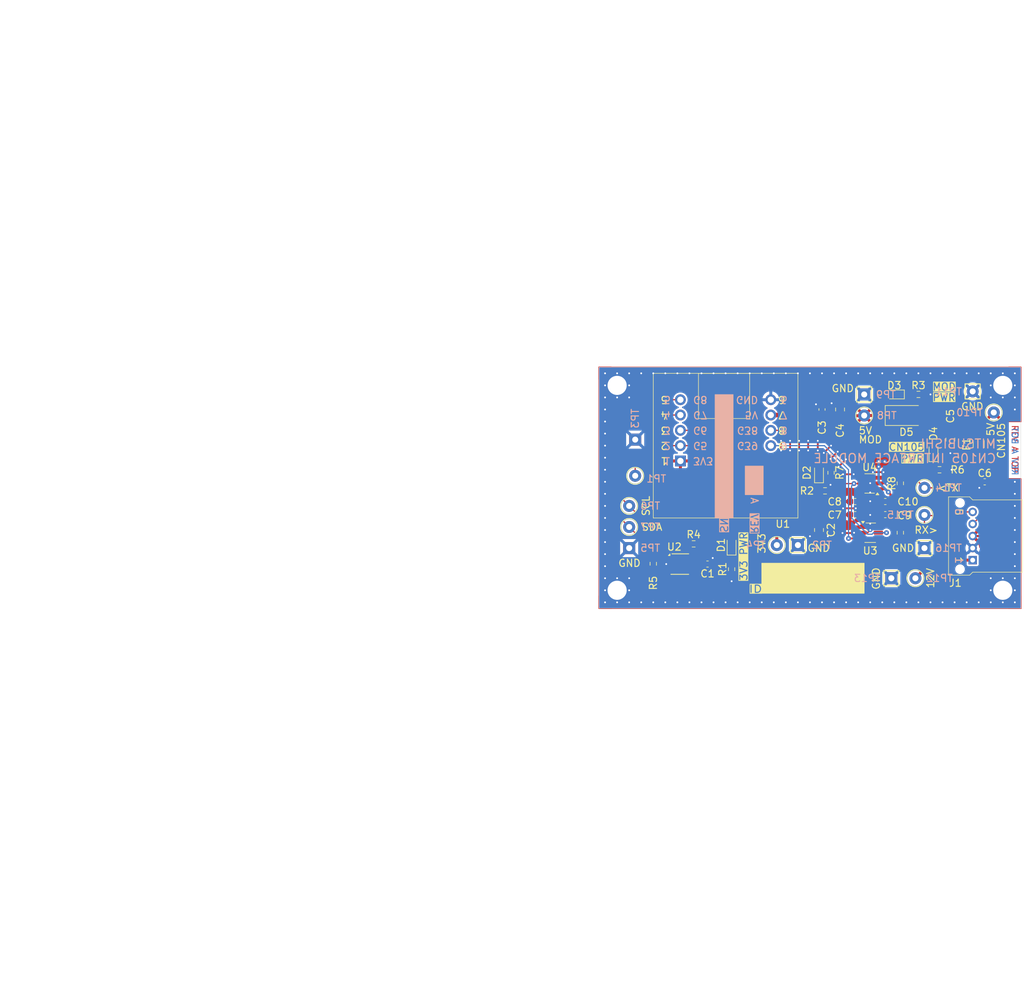
<source format=kicad_pcb>
(kicad_pcb (version 20241229) (generator "pcbnew") (generator_version "9.0")
  (layers (0 "F.Cu" signal) (2 "B.Cu" signal) (13 "F.Paste" user) (15 "B.Paste" user) (5 "F.SilkS" user "F.Silkscreen") (7 "B.SilkS" user "B.Silkscreen") (1 "F.Mask" user) (3 "B.Mask" user) (25 "Edge.Cuts" user))
  (net 0 "")
  (net 1 "GND")
  (net 2 "5V_CN105")
  (net 3 "3V3")
  (net 4 "5V_MODULE")
  (net 5 "/CN105_5V_IN")
  (net 6 "/MODULE_SCL")
  (net 7 "/MODULE_SDA")
  (net 8 "Net-(D1-K)")
  (net 9 "Net-(D3-K)")
  (net 10 "Net-(D4-K)")
  (net 11 "/STATUS_LED")
  (net 12 "/CN105_OE")
  (net 13 "/12V")
  (net 14 "/CN105_TX_IN")
  (net 15 "/CN105_RX_OUT")
  (net 16 "/CN105_RX_OUT_3V3")
  (net 17 "/CN105_TX_IN_3V3")
  (net 18 "Net-(D2-K)")
  (footprint "TestPoint:TestPoint_Keystone_5000-5004_Miniature" (layer "F.Cu") (at 120 103)
    (property "Reference" "TP6")
    (property "Value" "TestPoint")
  )
  (footprint "Capacitor_SMD:C_0603_1608Metric_Pad1.08x0.95mm_HandSolder" (layer "F.Cu") (at 162.5 102.275)
    (property "Reference" "C10")
    (property "Value" "0.1u")
  )
  (footprint "Package_TO_SOT_SMD:SOT-23-6_Handsoldering" (layer "F.Cu") (at 160 99.275 180)
    (property "Reference" "U4")
    (property "Value" "~")
  )
  (footprint "TestPoint:TestPoint_Keystone_5000-5004_Miniature" (layer "F.Cu") (at 144.5 109.5)
    (property "Reference" "TP4")
    (property "Value" "TestPoint")
  )
  (footprint "Capacitor_SMD:C_0805_2012Metric_Pad1.18x1.45mm_HandSolder" (layer "F.Cu") (at 173.3 92 90)
    (property "Reference" "C5")
    (property "Value" "4.7u")
  )
  (footprint "Capacitor_SMD:C_0603_1608Metric_Pad1.08x0.95mm_HandSolder" (layer "F.Cu") (at 157.5 102.275 180)
    (property "Reference" "C8")
    (property "Value" "0.1u")
  )
  (footprint "Capacitor_SMD:C_0805_2012Metric_Pad1.18x1.45mm_HandSolder" (layer "F.Cu") (at 155 87 -90)
    (property "Reference" "C4")
    (property "Value" "4.7u")
  )
  (footprint "LED_SMD:LED_0603_1608Metric_Pad1.05x0.95mm_HandSolder" (layer "F.Cu") (at 151.5 97.5 90)
    (property "Reference" "D2")
    (property "Value" "LED_Small_Filled")
  )
  (footprint "TestPoint:TestPoint_Keystone_5000-5004_Miniature" (layer "F.Cu") (at 148 109.5)
    (property "Reference" "TP2")
    (property "Value" "TestPoint")
  )
  (footprint "Resistor_SMD:R_0603_1608Metric_Pad0.98x0.95mm_HandSolder" (layer "F.Cu") (at 171.5 97)
    (property "Reference" "R6")
    (property "Value" "620")
  )
  (footprint "Package_TO_SOT_SMD:SOT-23-6_Handsoldering" (layer "F.Cu") (at 160 107.45)
    (property "Reference" "U3")
    (property "Value" "~")
  )
  (footprint "TestPoint:TestPoint_Keystone_5000-5004_Miniature" (layer "F.Cu") (at 169 110)
    (property "Reference" "TP16")
    (property "Value" "TestPoint")
  )
  (footprint "Diode_SMD:D_SMA" (layer "F.Cu") (at 166 88)
    (property "Reference" "D5")
    (property "Value" "SS12")
  )
  (footprint "Capacitor_SMD:C_0805_2012Metric_Pad1.18x1.45mm_HandSolder" (layer "F.Cu") (at 151.5 107 90)
    (property "Reference" "C2")
    (property "Value" "4.7u")
  )
  (footprint "TestPoint:TestPoint_Keystone_5000-5004_Miniature" (layer "F.Cu") (at 177 84)
    (property "Reference" "TP11")
    (property "Value" "TestPoint")
  )
  (footprint "Resistor_SMD:R_0603_1608Metric_Pad0.98x0.95mm_HandSolder" (layer "F.Cu") (at 124 112.6 90)
    (property "Reference" "R5")
    (property "Value" "4.7K")
  )
  (footprint "TestPoint:TestPoint_Keystone_5000-5004_Miniature" (layer "F.Cu") (at 121 92)
    (property "Reference" "TP3")
    (property "Value" "TestPoint")
  )
  (footprint "Capacitor_SMD:C_0603_1608Metric_Pad1.08x0.95mm_HandSolder" (layer "F.Cu") (at 179 99)
    (property "Reference" "C6")
    (property "Value" "0.1u")
  )
  (footprint "LED_SMD:LED_0603_1608Metric_Pad1.05x0.95mm_HandSolder" (layer "F.Cu") (at 164 84.5 180)
    (property "Reference" "D3")
    (property "Value" "LED_Small_Filled")
  )
  (footprint "LED_SMD:LED_0603_1608Metric_Pad1.05x0.95mm_HandSolder" (layer "F.Cu") (at 137 109.5 90)
    (property "Reference" "D1")
    (property "Value" "LED_Small_Filled")
  )
  (footprint "TestPoint:TestPoint_Keystone_5000-5004_Miniature" (layer "F.Cu") (at 159 84.5 -90)
    (property "Reference" "TP9")
    (property "Value" "TestPoint")
  )
  (footprint "Resistor_SMD:R_0603_1608Metric_Pad0.98x0.95mm_HandSolder" (layer "F.Cu") (at 137 113.5 -90)
    (property "Reference" "R1")
    (property "Value" "270")
  )
  (footprint "Resistor_SMD:R_0603_1608Metric_Pad0.98x0.95mm_HandSolder" (layer "F.Cu") (at 165 99.25 90)
    (property "Reference" "R8")
    (property "Value" "10K")
  )
  (footprint "Resistor_SMD:R_0603_1608Metric_Pad0.98x0.95mm_HandSolder" (layer "F.Cu") (at 168 84.5)
    (property "Reference" "R3")
    (property "Value" "620")
  )
  (footprint "TestPoint:TestPoint_Keystone_5000-5004_Miniature" (layer "F.Cu") (at 120 106.5)
    (property "Reference" "TP7")
    (property "Value" "TestPoint")
  )
  (footprint "TestPoint:TestPoint_Keystone_5000-5004_Miniature" (layer "F.Cu") (at 159 88 -90)
    (property "Reference" "TP8")
    (property "Value" "TestPoint")
  )
  (footprint "Resistor_SMD:R_0603_1608Metric_Pad0.98x0.95mm_HandSolder" (layer "F.Cu") (at 165 107.45 -90)
    (property "Reference" "R9" (hide yes))
    (property "Value" "10K")
  )
  (footprint "Fuse:Fuse_1206_3216Metric_Pad1.42x1.75mm_HandSolder" (layer "F.Cu") (at 178 92.75 -90)
    (property "Reference" "F1")
    (property "Value" "500 mA")
  )
  (footprint "TestPoint:TestPoint_Keystone_5000-5004_Miniature" (layer "F.Cu") (at 180.5 87.5)
    (property "Reference" "TP10")
    (property "Value" "TestPoint")
  )
  (footprint "TestPoint:TestPoint_Keystone_5000-5004_Miniature" (layer "F.Cu") (at 121 98)
    (property "Reference" "TP1")
    (property "Value" "TestPoint")
  )
  (footprint "LED_SMD:LED_0603_1608Metric_Pad1.05x0.95mm_HandSolder" (layer "F.Cu") (at 170.5 94 90)
    (property "Reference" "D4")
    (property "Value" "LED_Small_Filled")
  )
  (footprint "Capacitor_SMD:C_0603_1608Metric_Pad1.08x0.95mm_HandSolder" (layer "F.Cu") (at 162.5 104.45)
    (property "Reference" "C9")
    (property "Value" "0.1u")
  )
  (footprint "TestPoint:TestPoint_Keystone_5000-5004_Miniature" (layer "F.Cu") (at 167.5 115)
    (property "Reference" "TP12")
    (property "Value" "TestPoint")
  )
  (footprint "Resistor_SMD:R_0603_1608Metric_Pad0.98x0.95mm_HandSolder" (layer "F.Cu") (at 153.5 97.5 -90)
    (property "Reference" "R7")
    (property "Value" "10K")
  )
  (footprint "Capacitor_SMD:C_0603_1608Metric_Pad1.08x0.95mm_HandSolder" (layer "F.Cu") (at 152 87 -90)
    (property "Reference" "C3")
    (property "Value" "0.1u")
  )
  (footprint "Capacitor_SMD:C_0603_1608Metric_Pad1.08x0.95mm_HandSolder" (layer "F.Cu") (at 157.5 104.45 180)
    (property "Reference" "C7")
    (property "Value" "0.1u")
  )
  (footprint "Resistor_SMD:R_0603_1608Metric_Pad0.98x0.95mm_HandSolder" (layer "F.Cu") (at 130.7 109.3 180)
    (property "Reference" "R4")
    (property "Value" "4.7K")
  )
  (footprint "TestPoint:TestPoint_Keystone_5000-5004_Miniature" (layer "F.Cu") (at 163.5 115)
    (property "Reference" "TP13")
    (property "Value" "TestPoint")
  )
  (footprint "Package_SON:Texas_PWSON-N6" (layer "F.Cu") (at 128.4 112.65)
    (property "Reference" "U2")
    (property "Value" "HDC1080")
  )
  (footprint "Carrier_Board:Atom_S3-Lite" (layer "F.Cu") (at 136 93 180)
    (property "Reference" "U1")
    (property "Value" "~" (hide yes))
  )
  (footprint "Capacitor_SMD:C_0603_1608Metric_Pad1.08x0.95mm_HandSolder" (layer "F.Cu") (at 133 112.65)
    (property "Reference" "C1")
    (property "Value" "0.1u")
  )
  (footprint "Carrier_Board:JST_PA_S05B" (layer "F.Cu") (at 177 108 90)
    (property "Reference" "J1" (hide yes))
    (property "Value" "JST PA-Series Header (Right-Angle)")
  )
  (footprint "TestPoint:TestPoint_Keystone_5000-5004_Miniature" (layer "F.Cu") (at 169 100)
    (property "Reference" "TP14")
    (property "Value" "TestPoint")
  )
  (footprint "TestPoint:TestPoint_Keystone_5000-5004_Miniature" (layer "F.Cu") (at 169 104.5)
    (property "Reference" "TP15")
    (property "Value" "TestPoint")
  )
  (footprint "TestPoint:TestPoint_Keystone_5000-5004_Miniature" (layer "F.Cu") (at 120 110)
    (property "Reference" "TP5")
    (property "Value" "TestPoint")
  )
  (footprint "Resistor_SMD:R_0603_1608Metric_Pad0.98x0.95mm_HandSolder" (layer "F.Cu") (at 152.5 100.5)
    (property "Reference" "R2")
    (property "Value" "270")
  )
  (gr_rect (start 115 80) (end 121 86) (stroke (width 0.05)) (fill yes) (layer "F.Cu") (net 1))
  (gr_rect (start 115 118) (end 185 120) (stroke (width 0.2)) (fill yes) (layer "F.Cu") (net 1))
  (gr_rect (start 179 114) (end 185 120) (stroke (width 0.05)) (fill yes) (layer "F.Cu") (net 1))
  (gr_rect (start 179 80) (end 185 86) (stroke (width 0.05)) (fill yes) (layer "F.Cu") (net 1))
  (gr_poly (pts (xy 183 80) (xy 185 80) (xy 185 89) (xy 183 89)) (stroke (width 0.2)) (fill yes) (layer "F.Cu") (net 1))
  (gr_poly (pts (xy 121 114) (xy 115 114) (xy 115 120) (xy 121 120)) (stroke (width 0.05)) (fill yes) (layer "F.Cu") (net 1))
  (gr_poly (pts (xy 115 80) (xy 117 80) (xy 117 120) (xy 115 120)) (stroke (width 0.2)) (fill yes) (layer "F.Cu") (net 1))
  (gr_poly (pts (xy 183 98.5) (xy 185 98.5) (xy 185 120) (xy 183 120)) (stroke (width 0.2)) (fill yes) (layer "F.Cu") (net 1))
  (gr_rect (start 115 80) (end 185 82) (stroke (width 0.2)) (fill yes) (layer "F.Cu") (net 1))
  (gr_rect (start 142 112.5) (end 159 117.5) (stroke (width 0.1)) (fill yes) (layer "F.SilkS"))
  (gr_rect (start 139.25 96.38125) (end 142.25 101.14375) (stroke (width 0.1)) (fill yes) (layer "B.SilkS"))
  (gr_rect (start 134.25 84.525) (end 137.25 105) (stroke (width 0.1)) (fill yes) (layer "B.SilkS"))
  (gr_rect (start 115 80) (end 185 120) (stroke (width 0.05)) (fill no) (layer "Edge.Cuts"))
  (gr_text "REV A TOP" (at 184 89.5 270) (layer "F.Cu") (effects (font (size 1 1)) (justify left)))
  (gr_text "REV A BOT" (at 184 98 270) (layer "B.Cu") (effects (font (size 1 1)) (justify left mirror)))
  (gr_text "12V" (at 170 116.75 90) (layer "F.SilkS") (effects (font (size 1.2 1.2) (thickness 0.18)) (justify left)))
  (gr_text "RX>" (at 167.25 107 0) (layer "F.SilkS") (effects (font (size 1.2 1.2) (thickness 0.18)) (justify left)))
  (gr_text "3V3" (at 142 111 90) (layer "F.SilkS") (effects (font (size 1.2 1.2) (thickness 0.18)) (justify left)))
  (gr_text "5V" (at 158 90.5 0) (layer "F.SilkS") (effects (font (size 1.2 1.2) (thickness 0.18)) (justify left)))
  (gr_text "PWR" (at 169 95.2 0) (layer "F.SilkS" knockout) (effects (font (size 1.2 1.2) (thickness 0.18)) (justify right)))
  (gr_text "GND" (at 149.5 110 0) (layer "F.SilkS") (effects (font (size 1.2 1.2) (thickness 0.18)) (justify left)))
  (gr_text "GND" (at 163.5 110 0) (layer "F.SilkS") (effects (font (size 1.2 1.2) (thickness 0.18)) (justify left)))
  (gr_text "3V3 PWR" (at 139 115.5 90) (layer "F.SilkS" knockout) (effects (font (size 1.2 1.2) (thickness 0.18)) (justify left)))
  (gr_text "GND" (at 175 86.5 0) (layer "F.SilkS") (effects (font (size 1.2 1.2) (thickness 0.18)) (justify left)))
  (gr_text "GND" (at 122 112.5 0) (layer "F.SilkS") (effects (font (size 1.2 1.2) (thickness 0.18) (bold yes)) (justify right)))
  (gr_text "MOD" (at 170.25 83.25 0) (layer "F.SilkS" knockout) (effects (font (size 1.2 1.2) (thickness 0.18)) (justify left)))
  (gr_text "SCL" (at 123.5 103 90) (layer "F.SilkS") (effects (font (size 1.2 1.2) (thickness 0.18) (bold yes)) (justify bottom)))
  (gr_text "MOD" (at 158 92 0) (layer "F.SilkS") (effects (font (size 1.2 1.2) (thickness 0.18)) (justify left)))
  (gr_text "CN105" (at 181.75 95.25 90) (layer "F.SilkS") (effects (font (size 1.2 1.2) (thickness 0.18)) (justify left)))
  (gr_text "SDA" (at 122 106.5 0) (layer "F.SilkS") (effects (font (size 1.2 1.2) (thickness 0.18) (bold yes)) (justify left)))
  (gr_text "PWR" (at 170.25 85 0) (layer "F.SilkS" knockout) (effects (font (size 1.2 1.2) (thickness 0.18)) (justify left)))
  (gr_text "<TX" (at 171 100 0) (layer "F.SilkS") (effects (font (size 1.2 1.2) (thickness 0.18)) (justify left)))
  (gr_text "J1" (at 173 116.5 0) (layer "F.SilkS") (effects (font (size 1.2 1.2) (thickness 0.18)) (justify left bottom)))
  (gr_text "CN105" (at 169.1 93.25 0) (layer "F.SilkS" knockout) (effects (font (size 1.2 1.2) (thickness 0.18)) (justify right)))
  (gr_text "GND" (at 161 117 90) (layer "F.SilkS") (effects (font (size 1.2 1.2) (thickness 0.18)) (justify left)))
  (gr_text "ID" (at 139.75 117.5 0) (layer "F.SilkS" knockout) (effects (font (size 1.2 1.5) (thickness 0.18)) (justify left bottom)))
  (gr_text "GND" (at 153.5 83.5 0) (layer "F.SilkS") (effects (font (size 1.2 1.2) (thickness 0.18)) (justify left)))
  (gr_text "5V" (at 180 91.5 90) (layer "F.SilkS") (effects (font (size 1.2 1.2) (thickness 0.18)) (justify left)))
  (gr_text "A" (at 140.775 102.7625 270) (layer "B.SilkS") (effects (font (size 1.2 1.2) (thickness 0.18)) (justify left mirror)))
  (gr_text "SN" (at 135 107.5 270) (layer "B.SilkS" knockout) (effects (font (size 1.2 1.2) (thickness 0.18)) (justify left bottom mirror)))
  (gr_text "REV" (at 140.75 107.7625 270) (layer "B.SilkS" knockout) (effects (font (size 1.2 1.2) (thickness 0.18)) (justify left mirror)))
  (gr_text "MITSUBISHI\nCN105 INTERFACE MODULE" (at 181 96 0) (layer "B.SilkS") (effects (font (size 1.5 1.5) (thickness 0.2)) (justify left bottom mirror)))
  (segment (start 151.3 92.2) (end 151.3 93.8) (width 0.3) (layer "F.Cu") (net 1))
  (segment (start 151 86.1375) (end 152 86.1375) (width 0.3) (layer "F.Cu") (net 1))
  (segment (start 157.25 97.75) (end 155.5 97.75) (width 0.3) (layer "F.Cu") (net 1))
  (segment (start 127 112.65) (end 126.9 112.65) (width 0.2) (layer "F.Cu") (net 1))
  (segment (start 154.95625 85.9625) (end 153.59375 85.9625) (width 0.4) (layer "F.Cu") (net 1))
  (segment (start 150 108.0375) (end 151.4625 108.0375) (width 0.35) (layer "F.Cu") (net 1))
  (segment (start 160.15 102.225) (end 158.4125 102.225) (width 0.5) (layer "F.Cu") (net 1))
  (segment (start 126.65 112.65) (end 126.15 112.65) (width 0.2) (layer "F.Cu") (net 1))
  (segment (start 172.4125 97) (end 173.5 97) (width 0.2) (layer "F.Cu") (net 1))
  (segment (start 173.3 94.25) (end 173.3 93.0375) (width 0.4) (layer "F.Cu") (net 1))
  (segment (start 157.6 103.4) (end 155.5 103.4) (width 0.3) (layer "F.Cu") (net 1))
  (segment (start 153.4125 99.5) (end 153.4125 100.5) (width 0.2) (layer "F.Cu") (net 1))
  (segment (start 178.1 100) (end 178.1 99.0375) (width 0.35) (layer "F.Cu") (net 1))
  (segment (start 160 102.225) (end 160 100.775) (width 0.4) (layer "F.Cu") (net 1))
  (segment (start 159.85 104.5) (end 161.5875 104.5) (width 0.5) (layer "F.Cu") (net 1))
  (segment (start 158.75 107.45) (end 157.5 107.45) (width 0.3) (layer "F.Cu") (net 1))
  (segment (start 145.2 92.2) (end 145.2 93.8) (width 0.3) (layer "F.Cu") (net 1))
  (segment (start 159.55 107.45) (end 160 107) (width 0.25) (layer "F.Cu") (net 1))
  (segment (start 161.35 99.275) (end 162.85 99.275) (width 0.3) (layer "F.Cu") (net 1))
  (segment (start 153.4125 99.5) (end 153.4125 98.5) (width 0.2) (layer "F.Cu") (net 1))
  (segment (start 152.9625 108.0375) (end 151.5 108.0375) (width 0.35) (layer "F.Cu") (net 1))
  (segment (start 149.7 92.2) (end 149.7 93.8) (width 0.3) (layer "F.Cu") (net 1))
  (segment (start 146.7 92.2) (end 146.7 93.8) (width 0.3) (layer "F.Cu") (net 1))
  (segment (start 153.4 95.2) (end 154.6 94) (width 0.3) (layer "F.Cu") (net 1))
  (segment (start 133.8625 112.65) (end 133.8625 111.65) (width 0.3) (layer "F.Cu") (net 1))
  (segment (start 160 104.5) (end 159.85 104.5) (width 0.2) (layer "F.Cu") (net 1))
  (segment (start 161.5875 104.5) (end 161.6375 104.45) (width 0.5) (layer "F.Cu") (net 1))
  (segment (start 168.9125 84.5) (end 170 84.5) (width 0.2) (layer "F.Cu") (net 1))
  (segment (start 160 105.95) (end 160 107) (width 0.4) (layer "F.Cu") (net 1))
  (segment (start 162.2 97.4) (end 160.45 97.4) (width 0.3) (layer "F.Cu") (net 1))
  (segment (start 157.267543 107.5) (end 157.316228 107.451315) (width 0.3) (layer "F.Cu") (net 1))
  (segment (start 154.75 96.5) (end 155.975 95.275) (width 0.3) (layer "F.Cu") (net 1))
  (segment (start 160 105.95) (end 160 104.5) (width 0.4) (layer "F.Cu") (net 1))
  (segment (start 158.65 107.45) (end 159.55 107.45) (width 0.25) (layer "F.Cu") (net 1))
  (segment (start 148.2 92.2) (end 148.2 93.8) (width 0.3) (layer "F.Cu") (net 1))
  (segment (start 160 100.775) (end 160 99.225) (width 0.4) (layer "F.Cu") (net 1))
  (segment (start 126.65 112.65) (end 126.4 112.65) (width 0.2) (layer "F.Cu") (net 1))
  (segment (start 155.4 107.5) (end 157.267543 107.5) (width 0.3) (layer "F.Cu") (net 1))
  (segment (start 137 114.5) (end 137 115.5) (width 0.3) (layer "F.Cu") (net 1))
  (segment (start 127 112.65) (end 126.65 112.65) (width 0.2) (layer "F.Cu") (net 1))
  (segment (start 152.3 94.2) (end 153.5 93) (width 0.3) (layer "F.Cu") (net 1))
  (segment (start 161.5 99.225) (end 160 99.225) (width 0.3) (layer "F.Cu") (net 1))
  (segment (start 155.6 107.5) (end 155.4 107.5) (width 0.3) (layer "F.Cu") (net 1))
  (segment (start 158.7125 104.5) (end 159.85 104.5) (width 0.5) (layer "F.Cu") (net 1))
  (segment (start 161.2875 102.225) (end 160.15 102.225) (width 0.5) (layer "F.Cu") (net 1))
  (via (at 136 81) (size 0.8) (drill 0.3) (layers "F.Cu" "B.Cu") (net 1))
  (via (at 116 107) (size 0.8) (drill 0.3) (layers "F.Cu" "B.Cu") (net 1))
  (via (at 160 99.225) (size 0.7) (drill 0.3) (layers "F.Cu" "B.Cu") (net 1))
  (via (at 118 117) (size 5) (drill 3.175) (layers "F.Cu" "B.Cu") (net 1))
  (via (at 173.5 97) (size 0.8) (drill 0.3) (layers "F.Cu" "B.Cu") (net 1))
  (via (at 116 85) (size 0.8) (drill 0.3) (layers "F.Cu" "B.Cu") (net 1))
  (via (at 120 85) (size 0.8) (drill 0.3) (layers "F.Cu" "B.Cu") (net 1))
  (via (at 120 83) (size 0.8) (drill 0.3) (layers "F.Cu" "B.Cu") (net 1))
  (via (at 166 81) (size 0.8) (drill 0.3) (layers "F.Cu" "B.Cu") (net 1))
  (via (at 184 87) (size 0.8) (drill 0.3) (layers "F.Cu" "B.Cu") (net 1))
  (via (at 160 104.5) (size 0.8) (drill 0.3) (layers "F.Cu" "B.Cu") (net 1))
  (via (at 149.7 92.2) (size 0.8) (drill 0.3) (layers "F.Cu" "B.Cu") (net 1))
  (via (at 116 115) (size 0.8) (drill 0.3) (layers "F.Cu" "B.Cu") (net 1))
  (via (at 130 81) (size 0.8) (drill 0.3) (layers "F.Cu" "B.Cu") (net 1))
  (via (at 182 81) (size 0.8) (drill 0.3) (layers "F.Cu" "B.Cu") (net 1))
  (via (at 184 101) (size 0.8) (drill 0.3) (layers "F.Cu" "B.Cu") (net 1))
  (via (at 156 81) (size 0.8) (drill 0.3) (layers "F.Cu" "B.Cu") (net 1))
  (via (at 151 86.1375) (size 0.8) (drill 0.3) (layers "F.Cu" "B.Cu") (net 1))
  (via (at 116 105) (size 0.8) (drill 0.3) (layers "F.Cu" "B.Cu") (net 1))
  (via (at 120 119) (size 0.8) (drill 0.3) (layers "F.Cu" "B.Cu") (net 1))
  (via (at 184 99) (size 0.8) (drill 0.3) (layers "F.Cu" "B.Cu") (net 1))
  (via (at 153.4 95.2) (size 0.8) (drill 0.3) (layers "F.Cu" "B.Cu") (net 1))
  (via (at 118 81) (size 0.8) (drill 0.3) (layers "F.Cu" "B.Cu") (net 1))
  (via (at 146.7 92.2) (size 0.8) (drill 0.3) (layers "F.Cu" "B.Cu") (net 1))
  (via (at 152.9625 108.0375) (size 0.8) (drill 0.3) (layers "F.Cu" "B.Cu") (net 1))
  (via (at 172 119) (size 0.8) (drill 0.3) (layers "F.Cu" "B.Cu") (net 1))
  (via (at 148 119) (size 0.8) (drill 0.3) (layers "F.Cu" "B.Cu") (net 1))
  (via (at 184 81) (size 0.8) (drill 0.3) (layers "F.Cu" "B.Cu") (net 1))
  (via (at 134 119) (size 0.8) (drill 0.3) (layers "F.Cu" "B.Cu") (net 1))
  (via (at 155.4 107.5) (size 0.8) (drill 0.3) (layers "F.Cu" "B.Cu") (net 1))
  (via (at 136 119) (size 0.8) (drill 0.3) (layers "F.Cu" "B.Cu") (net 1))
  (via (at 160 100.775) (size 0.8) (drill 0.3) (layers "F.Cu" "B.Cu") (net 1))
  (via (at 176 119) (size 0.8) (drill 0.3) (layers "F.Cu" "B.Cu") (net 1))
  (via (at 162.85 99.275) (size 0.8) (drill 0.3) (layers "F.Cu" "B.Cu") (net 1))
  (via (at 158 81) (size 0.8) (drill 0.3) (layers "F.Cu" "B.Cu") (net 1))
  (via (at 122 119) (size 0.8) (drill 0.3) (layers "F.Cu" "B.Cu") (net 1))
  (via (at 170 81) (size 0.8) (drill 0.3) (layers "F.Cu" "B.Cu") (net 1))
  (via (at 184 103) (size 0.8) (drill 0.3) (layers "F.Cu" "B.Cu") (net 1))
  (via (at 160 81) (size 0.8) (drill 0.3) (layers "F.Cu" "B.Cu") (net 1))
  (via (at 173.3 94.25) (size 0.8) (drill 0.3) (layers "F.Cu" "B.Cu") (net 1))
  (via (at 128 81) (size 0.8) (drill 0.3) (layers "F.Cu" "B.Cu") (net 1))
  (via (at 150 108.0375) (size 0.8) (drill 0.3) (layers "F.Cu" "B.Cu") (net 1))
  (via (at 132 119) (size 0.8) (drill 0.3) (layers "F.Cu" "B.Cu") (net 1))
  (via (at 184 83) (size 0.8) (drill 0.3) (layers "F.Cu" "B.Cu") (net 1))
  (via (at 130 119) (size 0.8) (drill 0.3) (layers "F.Cu" "B.Cu") (net 1))
  (via (at 174 81) (size 0.8) (drill 0.3) (layers "F.Cu" "B.Cu") (net 1))
  (via (at 120 115) (size 0.8) (drill 0.3) (layers "F.Cu" "B.Cu") (net 1))
  (via (at 184 111) (size 0.8) (drill 0.3) (layers "F.Cu" "B.Cu") (net 1))
  (via (at 116 89) (size 0.8) (drill 0.3) (layers "F.Cu" "B.Cu") (net 1))
  (via (at 178.1 100) (size 0.8) (drill 0.3) (layers "F.Cu" "B.Cu") (net 1))
  (via (at 116 97) (size 0.8) (drill 0.3) (layers "F.Cu" "B.Cu") (net 1))
  (via (at 180 83) (size 0.8) (drill 0.3) (layers "F.Cu" "B.Cu") (net 1))
  (via (at 145.2 92.2) (size 0.8) (drill 0.3) (layers "F.Cu" "B.Cu") (net 1))
  (via (at 162 119) (size 0.8) (drill 0.3) (layers "F.Cu" "B.Cu") (net 1))
  (via (at 184 117) (size 0.8) (drill 0.3) (layers "F.Cu" "B.Cu") (net 1))
  (via (at 116 91) (size 0.8) (drill 0.3) (layers "F.Cu" "B.Cu") (net 1))
  (via (at 116 119) (size 0.8) (drill 0.3) (layers "F.Cu" "B.Cu") (net 1))
  (via (at 152 81) (size 0.8) (drill 0.3) (layers "F.Cu" "B.Cu") (net 1))
  (via (at 154 81) (size 0.8) (drill 0.3) (layers "F.Cu" "B.Cu") (net 1))
  (via (at 142 81) (size 0.8) (drill 0.3) (layers "F.Cu" "B.Cu") (net 1))
  (via (at 164 119) (size 0.8) (drill 0.3) (layers "F.Cu" "B.Cu") (net 1))
  (via (at 128 119) (size 0.8) (drill 0.3) (layers "F.Cu" "B.Cu") (net 1))
  (via (at 116 87) (size 0.8) (drill 0.3) (layers "F.Cu" "B.Cu") (net 1))
  (via (at 126 81) (size 0.8) (drill 0.3) (layers "F.Cu" "B.Cu") (net 1))
  (via (at 138 119) (size 0.8) (drill 0.3) (layers "F.Cu" "B.Cu") (net 1))
  (via (at 176 81) (size 0.8) (drill 0.3) (layers "F.Cu" "B.Cu") (net 1))
  (via (at 151.3 92.2) (size 0.8) (drill 0.3) (layers "F.Cu" "B.Cu") (net 1))
  (via (at 151.3 93.8) (size 0.8) (drill 0.3) (layers "F.Cu" "B.Cu") (net 1))
  (via (at 146 81) (size 0.8) (drill 0.3) (layers "F.Cu" "B.Cu") (net 1))
  (via (at 154.75 96.5) (size 0.8) (drill 0.3) (layers "F.Cu" "B.Cu") (net 1))
  (via (at 120 81) (size 0.8) (drill 0.3) (layers "F.Cu" "B.Cu") (net 1))
  (via (at 148.2 92.2) (size 0.8) (drill 0.3) (layers "F.Cu" "B.Cu") (net 1))
  (via (at 116 93) (size 0.8) (drill 0.3) (layers "F.Cu" "B.Cu") (net 1))
  (via (at 152.3 94.2) (size 0.8) (drill 0.3) (layers "F.Cu" "B.Cu") (net 1))
  (via (at 157.25 97.75) (size 0.8) (drill 0.3) (layers "F.Cu" "B.Cu") (net 1))
  (via (at 116 111) (size 0.8) (drill 0.3) (layers "F.Cu" "B.Cu") (net 1))
  (via (at 118 119) (size 0.8) (drill 0.3) (layers "F.Cu" "B.Cu") (net 1))
  (via (at 134 81) (size 0.8) (drill 0.3) (layers "F.Cu" "B.Cu") (net 1))
  (via (at 182 119) (size 0.8) (drill 0.3) (layers "F.Cu" "B.Cu") (net 1))
  (via (at 184 115) (size 0.8) (drill 0.3) (layers "F.Cu" "B.Cu") (net 1))
  (via (at 144 119) (size 0.8) (drill 0.3) (layers "F.Cu" "B.Cu") (net 1))
  (via (at 164 81) (size 0.8) (drill 0.3) (layers "F.Cu" "B.Cu") (net 1))
  (via (at 148 81) (size 0.8) (drill 0.3) (layers "F.Cu" "B.Cu") (net 1))
  (via (at 184 85) (size 0.8) (drill 0.3) (layers "F.Cu" "B.Cu") (net 1))
  (via (at 155.5 97.75) (size 0.8) (drill 0.3) (layers "F.Cu" "B.Cu") (net 1))
  (via (at 120 117) (size 0.8) (drill 0.3) (layers "F.Cu" "B.Cu") (net 1))
  (via (at 157.316228 107.451315) (size 0.8) (drill 0.3) (layers "F.Cu" "B.Cu") (net 1))
  (via (at 180 117) (size 0.8) (drill 0.3) (layers "F.Cu" "B.Cu") (net 1))
  (via (at 160 105.95) (size 0.7) (drill 0.3) (layers "F.Cu" "B.Cu") (net 1))
  (via (at 146 119) (size 0.8) (drill 0.3) (layers "F.Cu" "B.Cu") (net 1))
  (via (at 124 81) (size 0.8) (drill 0.3) (layers "F.Cu" "B.Cu") (net 1))
  (via (at 116 81) (size 0.8) (drill 0.3) (layers "F.Cu" "B.Cu") (net 1))
  (via (at 158 119) (size 0.8) (drill 0.3) (layers "F.Cu" "B.Cu") (net 1))
  (via (at 180 115) (size 0.8) (drill 0.3) (layers "F.Cu" "B.Cu") (net 1))
  (via (at 162.2 97.4) (size 0.8) (drill 0.3) (layers "F.Cu" "B.Cu") (net 1))
  (via (at 153.4125 99.5) (size 0.8) (drill 0.3) (layers "F.Cu" "B.Cu") (net 1))
  (via (at 184 107) (size 0.8) (drill 0.3) (layers "F.Cu" "B.Cu") (net 1))
  (via (at 137 115.5) (size 0.8) (drill 0.3) (layers "F.Cu" "B.Cu") (net 1))
  (via (at 140 119) (size 0.8) (drill 0.3) (layers "F.Cu" "B.Cu") (net 1))
  (via (at 116 103) (size 0.8) (drill 0.3) (layers "F.Cu" "B.Cu") (net 1))
  (via (at 146.7 93.8) (size 0.8) (drill 0.3) (layers "F.Cu" "B.Cu") (net 1))
  (via (at 126.15 112.65) (size 0.8) (drill 0.3) (layers "F.Cu" "B.Cu") (net 1))
  (via (at 182 85) (size 0.8) (drill 0.3) (layers "F.Cu" "B.Cu") (net 1))
  (via (at 160.45 97.4) (size 0.8) (drill 0.3) (layers "F.Cu" "B.Cu") (net 1))
  (via (at 140 81) (size 0.8) (drill 0.3) (layers "F.Cu" "B.Cu") (net 1))
  (via (at 150 81) (size 0.8) (drill 0.3) (layers "F.Cu" "B.Cu") (net 1))
  (via (at 182 115) (size 0.8) (drill 0.3) (layers "F.Cu" "B.Cu") (net 1))
  (via (at 132 81) (size 0.8) (drill 0.3) (layers "F.Cu" "B.Cu") (net 1))
  (via (at 116 109) (size 0.8) (drill 0.3) (layers "F.Cu" "B.Cu") (net 1))
  (via (at 118 83) (size 5) (drill 3.175) (layers "F.Cu" "B.Cu") (net 1))
  (via (at 155.975 95.275) (size 0.8) (drill 0.3) (layers "F.Cu" "B.Cu") (net 1))
  (via (at 178 81) (size 0.8) (drill 0.3) (layers "F.Cu" "B.Cu") (net 1))
  (via (at 126 119) (size 0.8) (drill 0.3) (layers "F.Cu" "B.Cu") (net 1))
  (via (at 168 81) (size 0.8) (drill 0.3) (layers "F.Cu" "B.Cu") (net 1))
  (via (at 118 85) (size 0.8) (drill 0.3) (layers "F.Cu" "B.Cu") (net 1))
  (via (at 118 115) (size 0.8) (drill 0.3) (layers "F.Cu" "B.Cu") (net 1))
  (via (at 142 119) (size 0.8) (drill 0.3) (layers "F.Cu" "B.Cu") (net 1))
  (via (at 153.59375 85.9625) (size 0.8) (drill 0.3) (layers "F.Cu" "B.Cu") (net 1))
  (via (at 124 119) (size 0.8) (drill 0.3) (layers "F.Cu" "B.Cu") (net 1))
  (via (at 184 113) (size 0.8) (drill 0.3) (layers "F.Cu" "B.Cu") (net 1))
  (via (at 138 81) (size 0.8) (drill 0.3) (layers "F.Cu" "B.Cu") (net 1))
  (via (at 174 119) (size 0.8) (drill 0.3) (layers "F.Cu" "B.Cu") (net 1))
  (via (at 152 119) (size 0.8) (drill 0.3) (layers "F.Cu" "B.Cu") (net 1))
  (via (at 144 81) (size 0.8) (drill 0.3) (layers "F.Cu" "B.Cu") (net 1))
  (via (at 116 117) (size 0.8) (drill 0.3) (layers "F.Cu" "B.Cu") (net 1))
  (via (at 145.2 93.8) (size 0.8) (drill 0.3) (layers "F.Cu" "B.Cu") (net 1))
  (via (at 116 101) (size 0.8) (drill 0.3) (layers "F.Cu" "B.Cu") (net 1))
  (via (at 182 117) (size 5) (drill 3.175) (layers "F.Cu" "B.Cu") (net 1))
  (via (at 160 107) (size 0.7) (drill 0.3) (layers "F.Cu" "B.Cu") (net 1))
  (via (at 180 81) (size 0.8) (drill 0.3) (layers "F.Cu" "B.Cu") (net 1))
  (via (at 155.5 103.4) (size 0.8) (drill 0.3) (layers "F.Cu" "B.Cu") (net 1))
  (via (at 148.2 93.8) (size 0.8) (drill 0.3) (layers "F.Cu" "B.Cu") (net 1))
  (via (at 184 109) (size 0.8) (drill 0.3) (layers "F.Cu" "B.Cu") (net 1))
  (via (at 149.7 93.8) (size 0.8) (drill 0.3) (layers "F.Cu" "B.Cu") (net 1))
  (via (at 170 84.5) (size 0.8) (drill 0.3) (layers "F.Cu" "B.Cu") (net 1))
  (via (at 180 85) (size 0.8) (drill 0.3) (layers "F.Cu" "B.Cu") (net 1))
  (via (at 168 119) (size 0.8) (drill 0.3) (layers "F.Cu" "B.Cu") (net 1))
  (via (at 156 119) (size 0.8) (drill 0.3) (layers "F.Cu" "B.Cu") (net 1))
  (via (at 172 81) (size 0.8) (drill 0.3) (layers "F.Cu" "B.Cu") (net 1))
  (via (at 178 119) (size 0.8) (drill 0.3) (layers "F.Cu" "B.Cu") (net 1))
  (via (at 116 83) (size 0.8) (drill 0.3) (layers "F.Cu" "B.Cu") (net 1))
  (via (at 166 119) (size 0.8) (drill 0.3) (layers "F.Cu" "B.Cu") (net 1))
  (via (at 180 119) (size 0.8) (drill 0.3) (layers "F.Cu" "B.Cu") (net 1))
  (via (at 182 83) (size 5) (drill 3.175) (layers "F.Cu" "B.Cu") (net 1))
  (via (at 160 102.225) (size 0.8) (drill 0.3) (layers "F.Cu" "B.Cu") (net 1))
  (via (at 184 119) (size 0.8) (drill 0.3) (layers "F.Cu" "B.Cu") (net 1))
  (via (at 162 81) (size 0.8) (drill 0.3) (layers "F.Cu" "B.Cu") (net 1))
  (via (at 153.5 93) (size 0.8) (drill 0.3) (layers "F.Cu" "B.Cu") (net 1))
  (via (at 133.8625 111.65) (size 0.8) (drill 0.3) (layers "F.Cu" "B.Cu") (net 1))
  (via (at 150 119) (size 0.8) (drill 0.3) (layers "F.Cu" "B.Cu") (net 1))
  (via (at 160 119) (size 0.8) (drill 0.3) (layers "F.Cu" "B.Cu") (net 1))
  (via (at 184 105) (size 0.8) (drill 0.3) (layers "F.Cu" "B.Cu") (net 1))
  (via (at 116 95) (size 0.8) (drill 0.3) (layers "F.Cu" "B.Cu") (net 1))
  (via (at 116 113) (size 0.8) (drill 0.3) (layers "F.Cu" "B.Cu") (net 1))
  (via (at 170 119) (size 0.8) (drill 0.3) (layers "F.Cu" "B.Cu") (net 1))
  (via (at 122 81) (size 0.8) (drill 0.3) (layers "F.Cu" "B.Cu") (net 1))
  (via (at 157.6 103.4) (size 0.8) (drill 0.3) (layers "F.Cu" "B.Cu") (net 1))
  (via (at 154 119) (size 0.8) (drill 0.3) (layers "F.Cu" "B.Cu") (net 1))
  (via (at 154.6 94) (size 0.8) (drill 0.3) (layers "F.Cu" "B.Cu") (net 1))
  (via (at 116 99) (size 0.8) (drill 0.3) (layers "F.Cu" "B.Cu") (net 1))
  (segment (start 164.525 102.275) (end 163.3625 102.275) (width 0.2) (layer "F.Cu") (net 2))
  (segment (start 161.4 106.55) (end 161.35 106.5) (width 0.2) (layer "F.Cu") (net 2))
  (segment (start 164.65 104.45) (end 163.3625 104.45) (width 0.2) (layer "F.Cu") (net 2))
  (segment (start 161.35 100.225) (end 162.525 100.225) (width 0.35) (layer "F.Cu") (net 2))
  (segment (start 163 100.7) (end 163.3625 101.0625) (width 0.35) (layer "F.Cu") (net 2))
  (segment (start 165 106.5375) (end 165 104.8) (width 0.2) (layer "F.Cu") (net 2))
  (segment (start 165 101.8) (end 164.525 102.275) (width 0.2) (layer "F.Cu") (net 2))
  (segment (start 163.3625 105.7375) (end 163.3625 104.45) (width 0.35) (layer "F.Cu") (net 2))
  (segment (start 163.3625 101.0625) (end 163.3625 102.275) (width 0.35) (layer "F.Cu") (net 2))
  (segment (start 162.525 100.225) (end 163 100.7) (width 0.35) (layer "F.Cu") (net 2))
  (segment (start 163.3625 102.275) (end 163.3625 104.45) (width 0.5) (layer "F.Cu") (net 2))
  (segment (start 162.6 106.5) (end 163.3625 105.7375) (width 0.35) (layer "F.Cu") (net 2))
  (segment (start 161.35 106.5) (end 162.6 106.5) (width 0.35) (layer "F.Cu") (net 2))
  (segment (start 165 100.1625) (end 165 101.8) (width 0.2) (layer "F.Cu") (net 2))
  (segment (start 165 104.8) (end 164.65 104.45) (width 0.2) (layer "F.Cu") (net 2))
  (via (at 161.4 95.6) (size 0.8) (drill 0.3) (layers "F.Cu" "B.Cu") (net 2))
  (via (at 161.4 96.5) (size 0.8) (drill 0.3) (layers "F.Cu" "B.Cu") (net 2))
  (via (at 163 100.7) (size 0.8) (drill 0.3) (layers "F.Cu" "B.Cu") (net 2))
  (via (at 162.4 95.6) (size 0.8) (drill 0.3) (layers "F.Cu" "B.Cu") (net 2))
  (segment (start 161.4 98.9) (end 161.4 95.6) (width 0.4) (layer "B.Cu") (net 2))
  (segment (start 161.4 99.1) (end 161.4 98.9) (width 0.35) (layer "B.Cu") (net 2))
  (segment (start 162.4 95.6) (end 161.4 95.6) (width 0.5) (layer "B.Cu") (net 2))
  (segment (start 163 100.7) (end 161.4 99.1) (width 0.4) (layer "B.Cu") (net 2))
  (segment (start 124.0125 113.5125) (end 124 113.5125) (width 0.3) (layer "F.Cu") (net 3))
  (segment (start 137 108.625) (end 137 106.7) (width 0.2) (layer "F.Cu") (net 3))
  (segment (start 132.1375 112.65) (end 132.1375 113.6625) (width 0.3) (layer "F.Cu") (net 3))
  (segment (start 132.1375 111.2375) (end 132.1375 112.65) (width 0.5) (layer "F.Cu") (net 3))
  (segment (start 131.6125 109.3) (end 131.6125 110.7125) (width 0.5) (layer "F.Cu") (net 3))
  (segment (start 131 114.8) (end 125.3 114.8) (width 0.3) (layer "F.Cu") (net 3))
  (segment (start 125.3 114.8) (end 124.0125 113.5125) (width 0.3) (layer "F.Cu") (net 3))
  (segment (start 144.5 109.5) (end 144.5 106.4) (width 0.5) (layer "F.Cu") (net 3))
  (segment (start 129.8 112.65) (end 132.1375 112.65) (width 0.2) (layer "F.Cu") (net 3))
  (segment (start 131.6125 109.3) (end 131.6125 106.4125) (width 0.5) (layer "F.Cu") (net 3))
  (segment (start 132.1375 113.6625) (end 131 114.8) (width 0.3) (layer "F.Cu") (net 3))
  (segment (start 156.325 102.275) (end 156.6375 102.275) (width 0.2) (layer "F.Cu") (net 3))
  (segment (start 131.6125 110.7125) (end 132.1375 111.2375) (width 0.5) (layer "F.Cu") (net 3))
  (segment (start 164 86.4) (end 164 88) (width 0.2) (layer "F.Cu") (net 4))
  (segment (start 153.0625 87.8625) (end 152 87.8625) (width 0.5) (layer "F.Cu") (net 4))
  (segment (start 155 88.0375) (end 153.2375 88.0375) (width 0.5) (layer "F.Cu") (net 4))
  (segment (start 163.125 85.525) (end 164 86.4) (width 0.2) (layer "F.Cu") (net 4))
  (segment (start 158.9625 88.0375) (end 159 88) (width 0.2) (layer "F.Cu") (net 4))
  (segment (start 152.175 88.0375) (end 152 87.8625) (width 0.2) (layer "F.Cu") (net 4))
  (segment (start 151.9425 87.92) (end 152 87.8625) (width 0.5) (layer "F.Cu") (net 4))
  (segment (start 143.5 87.92) (end 145.38 87.92) (width 0.75) (layer "F.Cu") (net 4))
  (segment (start 155 88.0375) (end 158.9625 88.0375) (width 0.5) (layer "F.Cu") (net 4))
  (segment (start 164 88) (end 159 88) (width 0.5) (layer "F.Cu") (net 4))
  (segment (start 153.2375 88.0375) (end 153.0625 87.8625) (width 0.5) (layer "F.Cu") (net 4))
  (segment (start 163.125 84.5) (end 163.125 85.525) (width 0.2) (layer "F.Cu") (net 4))
  (segment (start 177 108) (end 179 108) (width 0.35) (layer "F.Cu") (net 5))
  (segment (start 126.3 109.3) (end 130.0875 109.3) (width 0.2) (layer "F.Cu") (net 6))
  (segment (start 129.8 111.7) (end 129.8 109.3125) (width 0.2) (layer "F.Cu") (net 6))
  (segment (start 118.4 89) (end 119.48 87.92) (width 0.2) (layer "F.Cu") (net 6))
  (segment (start 120 103) (end 118.4 101.4) (width 0.2) (layer "F.Cu") (net 6))
  (segment (start 119.48 87.92) (end 128.5 87.92) (width 0.2) (layer "F.Cu") (net 6))
  (segment (start 120 103) (end 126.3 109.3) (width 0.2) (layer "F.Cu") (net 6))
  (segment (start 118.4 101.4) (end 118.4 89) (width 0.2) (layer "F.Cu") (net 6))
  (segment (start 118.6 87.1) (end 117.7 88) (width 0.2) (layer "F.Cu") (net 7))
  (segment (start 124.5 87.1) (end 118.6 87.1) (width 0.2) (layer "F.Cu") (net 7))
  (segment (start 126.22 85.38) (end 124.5 87.1) (width 0.2) (layer "F.Cu") (net 7))
  (segment (start 117.7 88) (end 117.7 104.2) (width 0.2) (layer "F.Cu") (net 7))
  (segment (start 124 111.6875) (end 126.9875 111.6875) (width 0.2) (layer "F.Cu") (net 7))
  (segment (start 120 106.5) (end 124 110.5) (width 0.2) (layer "F.Cu") (net 7))
  (segment (start 117.7 104.2) (end 120 106.5) (width 0.2) (layer "F.Cu") (net 7))
  (segment (start 126.9875 111.6875) (end 127 111.7) (width 0.2) (layer "F.Cu") (net 7))
  (segment (start 124 110.5) (end 124 111.3875) (width 0.2) (layer "F.Cu") (net 7))
  (segment (start 128.5 85.38) (end 126.22 85.38) (width 0.2) (layer "F.Cu") (net 7))
  (segment (start 137 110.375) (end 137 112.5875) (width 0.2) (layer "F.Cu") (net 8))
  (segment (start 164.875 84.5) (end 167.0875 84.5) (width 0.2) (layer "F.Cu") (net 9))
  (segment (start 170.5 94.875) (end 170.5 96.9125) (width 0.2) (layer "F.Cu") (net 10))
  (segment (start 170.5 96.9125) (end 170.5875 97) (width 0.2) (layer "F.Cu") (net 10))
  (segment (start 137.625 96.625) (end 134 93) (width 0.2) (layer "F.Cu") (net 11))
  (segment (start 151.5 96.625) (end 137.625 96.625) (width 0.2) (layer "F.Cu") (net 11))
  (segment (start 121 96) (end 124 93) (width 0.2) (layer "F.Cu") (net 11))
  (segment (start 134 93) (end 128.5 93) (width 0.2) (layer "F.Cu") (net 11))
  (segment (start 124 93) (end 128.5 93) (width 0.2) (layer "F.Cu") (net 11))
  (segment (start 121 98) (end 121 96) (width 0.2) (layer "F.Cu") (net 11))
  (segment (start 155.4 99.3) (end 158.625 99.3) (width 0.2) (layer "F.Cu") (net 12))
  (segment (start 153.5 96.5875) (end 154.6 97.6875) (width 0.2) (layer "F.Cu") (net 12))
  (segment (start 152 95.1) (end 140.7 95.1) (width 0.2) (layer "F.Cu") (net 12))
  (segment (start 158.625 99.3) (end 158.65 99.275) (width 0.2) (layer "F.Cu") (net 12))
  (segment (start 136.06 90.46) (end 128.5 90.46) (width 0.2) (layer "F.Cu") (net 12))
  (segment (start 153.5 96.5875) (end 153.4875 96.5875) (width 0.2) (layer "F.Cu") (net 12))
  (segment (start 154.6 97.6875) (end 154.6 98.5) (width 0.2) (layer "F.Cu") (net 12))
  (segment (start 162.7 107.45) (end 161.35 107.45) (width 0.2) (layer "F.Cu") (net 12))
  (segment (start 154.6 98.5) (end 155.4 99.3) (width 0.2) (layer "F.Cu") (net 12))
  (segment (start 153.4875 96.5875) (end 152 95.1) (width 0.2) (layer "F.Cu") (net 12))
  (segment (start 140.7 95.1) (end 136.06 90.46) (width 0.2) (layer "F.Cu") (net 12))
  (via (at 162.7 107.45) (size 0.8) (drill 0.3) (layers "F.Cu" "B.Cu") (net 12))
  (via (at 157.3 99.3) (size 0.8) (drill 0.3) (layers "F.Cu" "B.Cu") (net 12))
  (segment (start 157.3 99.3) (end 156.9 99.7) (width 0.2) (layer "B.Cu") (net 12))
  (segment (start 162.65 107.4) (end 162.7 107.45) (width 0.2) (layer "B.Cu") (net 12))
  (segment (start 156.9 105) (end 159.6 107.7) (width 0.2) (layer "B.Cu") (net 12))
  (segment (start 160.3 107.7) (end 160.55 107.45) (width 0.2) (layer "B.Cu") (net 12))
  (segment (start 160.55 107.45) (end 162.7 107.45) (width 0.2) (layer "B.Cu") (net 12))
  (segment (start 159.6 107.7) (end 160.3 107.7) (width 0.2) (layer "B.Cu") (net 12))
  (segment (start 156.9 99.7) (end 156.9 105) (width 0.2) (layer "B.Cu") (net 12))
  (segment (start 177 112) (end 170.5 112) (width 0.5) (layer "F.Cu") (net 13))
  (segment (start 170.5 112) (end 167.5 115) (width 0.5) (layer "F.Cu") (net 13))
  (segment (start 176.2 100) (end 178.5 102.3) (width 0.2) (layer "F.Cu") (net 14))
  (segment (start 167.3375 98.3375) (end 169 100) (width 0.2) (layer "F.Cu") (net 14))
  (segment (start 178.5 104.5) (end 177 106) (width 0.2) (layer "F.Cu") (net 14))
  (segment (start 164.9875 98.325) (end 165 98.3375) (width 0.2) (layer "F.Cu") (net 14))
  (segment (start 169 100) (end 176.2 100) (width 0.2) (layer "F.Cu") (net 14))
  (segment (start 178.5 102.3) (end 178.5 104.5) (width 0.2) (layer "F.Cu") (net 14))
  (segment (start 161.35 98.325) (end 164.9875 98.325) (width 0.2) (layer "F.Cu") (net 14))
  (segment (start 165 98.3375) (end 167.3375 98.3375) (width 0.2) (layer "F.Cu") (net 14))
  (segment (start 169 106.2) (end 169 104.5) (width 0.2) (layer "F.Cu") (net 15))
  (segment (start 161.35 108.4) (end 164.9625 108.4) (width 0.2) (layer "F.Cu") (net 15))
  (segment (start 173.6 104.6) (end 174.2 104) (width 0.2) (layer "F.Cu") (net 15))
  (segment (start 174.2 104) (end 177 104) (width 0.2) (layer "F.Cu") (net 15))
  (segment (start 164.9625 108.4) (end 165 108.3625) (width 0.2) (layer "F.Cu") (net 15))
  (segment (start 166.8375 108.3625) (end 169 106.2) (width 0.2) (layer "F.Cu") (net 15))
  (segment (start 169 104.5) (end 169.1 104.6) (width 0.2) (layer "F.Cu") (net 15))
  (segment (start 169.1 104.6) (end 173.6 104.6) (width 0.2) (layer "F.Cu") (net 15))
  (segment (start 165 108.3625) (end 166.8375 108.3625) (width 0.2) (layer "F.Cu") (net 15))
  (segment (start 156.4 108.4) (end 158.4 108.4) (width 0.3) (layer "F.Cu") (net 16))
  (segment (start 158.4 108.4) (end 158.5 108.5) (width 0.3) (layer "F.Cu") (net 16))
  (via (at 156.4 108.4) (size 0.8) (drill 0.3) (layers "F.Cu" "B.Cu") (net 16))
  (segment (start 156.4 108.4) (end 156.4 97) (width 0.2) (layer "B.Cu") (net 16))
  (segment (start 152.4 93) (end 143.5 93) (width 0.2) (layer "B.Cu") (net 16))
  (segment (start 156.4 97) (end 152.4 93) (width 0.2) (layer "B.Cu") (net 16))
  (segment (start 155.16 90.46) (end 143.5 90.46) (width 0.2) (layer "F.Cu") (net 17))
  (segment (start 158.65 93.95) (end 155.16 90.46) (width 0.2) (layer "F.Cu") (net 17))
  (segment (start 158.65 98.325) (end 158.65 93.95) (width 0.2) (layer "F.Cu") (net 17))
  (segment (start 151.5875 100.5) (end 151.5875 98.4625) (width 0.2) (layer "F.Cu") (net 18))
  (segment (start 151.5875 98.4625) (end 151.5 98.375) (width 0.2) (layer "F.Cu") (net 18))
  (zone (net 5) (net_name "/CN105_5V_IN") (layer "F.Cu") (priority 2) (connect_pads (clearance 0.4)) (min_thickness 0.25) (fill yes (thermal_gap 0.5) (thermal_bridge_width 0.5))
    (polygon (pts (xy 177 106) (xy 177 110) (xy 182 110) (xy 182 93) (xy 175.25 93) (xy 175.25 96.75) (xy 179 96.75) (xy 179 106)))
  )
  (zone (net 3) (net_name "3V3") (layer "F.Cu") (name "TOP_3V3") (priority 1) (connect_pads (clearance 0.35)) (min_thickness 0.25) (fill yes (thermal_gap 0.5) (thermal_bridge_width 0.5))
    (polygon (pts (xy 125.5 94) (xy 125.5 100) (xy 125.5 100) (xy 125.5 107) (xy 159 107) (xy 159 100) (xy 148.5 100) (xy 148.5 100) (xy 131.5 100) (xy 131.5 94)))
  )
  (zone (net 2) (net_name "5V_CN105") (layer "F.Cu") (priority 3) (connect_pads (clearance 0.4)) (min_thickness 0.25) (fill yes (thermal_gap 0.5) (thermal_bridge_width 0.5))
    (polygon (pts (xy 182 92) (xy 182 86) (xy 166 86) (xy 166 91.5) (xy 160.5 91.5) (xy 160.5 97) (xy 172 97) (xy 172 92)))
  )
  (zone (net 4) (net_name "5V_MODULE") (layer "F.Cu") (name "5V_MODULE") (priority 4) (connect_pads (clearance 0.3)) (min_thickness 0.25) (fill yes (thermal_gap 0.5) (thermal_bridge_width 0.5))
    (polygon (pts (xy 144.9 86) (xy 144.9 89.25) (xy 165.75 89.25) (xy 165.75 86) (xy 156.75 86) (xy 156.75 87) (xy 149.75 87) (xy 149.75 86)))
  )
  (zone (net 0) (net_name "") (layer "B.Cu") (name "BOT_KEEPOUT") (connect_pads (clearance 0)) (min_thickness 0.25)
    (keepout (tracks not_allowed) (vias not_allowed) (pads not_allowed) (copperpour not_allowed) (footprints not_allowed))
    (fill (thermal_gap 0.5) (thermal_bridge_width 0.5))
    (polygon (pts (xy 183 89) (xy 183 98.5) (xy 185 98.5) (xy 185 89)))
  )
  (zone (net 1) (net_name "GND") (layer "B.Cu") (name "BOT_GND") (connect_pads (clearance 0.3)) (min_thickness 0.25) (fill yes (thermal_gap 0.5) (thermal_bridge_width 0.5))
    (polygon (pts (xy 185 120) (xy 115 120) (xy 115 80) (xy 185 80)))
  )
)
</source>
